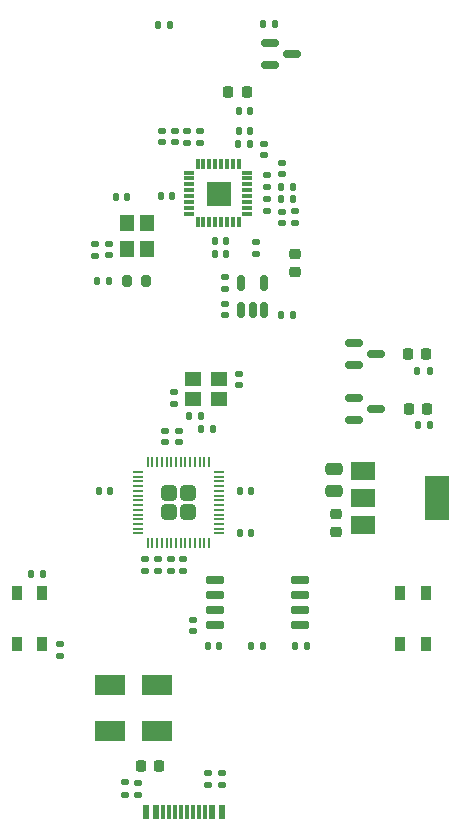
<source format=gtp>
%TF.GenerationSoftware,KiCad,Pcbnew,(6.0.6-0)*%
%TF.CreationDate,2023-01-17T18:34:31+00:00*%
%TF.ProjectId,max2871-evalboard,6d617832-3837-4312-9d65-76616c626f61,1.0*%
%TF.SameCoordinates,Original*%
%TF.FileFunction,Paste,Top*%
%TF.FilePolarity,Positive*%
%FSLAX46Y46*%
G04 Gerber Fmt 4.6, Leading zero omitted, Abs format (unit mm)*
G04 Created by KiCad (PCBNEW (6.0.6-0)) date 2023-01-17 18:34:31*
%MOMM*%
%LPD*%
G01*
G04 APERTURE LIST*
G04 Aperture macros list*
%AMRoundRect*
0 Rectangle with rounded corners*
0 $1 Rounding radius*
0 $2 $3 $4 $5 $6 $7 $8 $9 X,Y pos of 4 corners*
0 Add a 4 corners polygon primitive as box body*
4,1,4,$2,$3,$4,$5,$6,$7,$8,$9,$2,$3,0*
0 Add four circle primitives for the rounded corners*
1,1,$1+$1,$2,$3*
1,1,$1+$1,$4,$5*
1,1,$1+$1,$6,$7*
1,1,$1+$1,$8,$9*
0 Add four rect primitives between the rounded corners*
20,1,$1+$1,$2,$3,$4,$5,0*
20,1,$1+$1,$4,$5,$6,$7,0*
20,1,$1+$1,$6,$7,$8,$9,0*
20,1,$1+$1,$8,$9,$2,$3,0*%
G04 Aperture macros list end*
%ADD10C,0.010000*%
%ADD11RoundRect,0.150000X-0.587500X-0.150000X0.587500X-0.150000X0.587500X0.150000X-0.587500X0.150000X0*%
%ADD12RoundRect,0.135000X-0.185000X0.135000X-0.185000X-0.135000X0.185000X-0.135000X0.185000X0.135000X0*%
%ADD13RoundRect,0.135000X-0.135000X-0.185000X0.135000X-0.185000X0.135000X0.185000X-0.135000X0.185000X0*%
%ADD14RoundRect,0.218750X-0.218750X-0.256250X0.218750X-0.256250X0.218750X0.256250X-0.218750X0.256250X0*%
%ADD15RoundRect,0.140000X0.140000X0.170000X-0.140000X0.170000X-0.140000X-0.170000X0.140000X-0.170000X0*%
%ADD16RoundRect,0.140000X-0.140000X-0.170000X0.140000X-0.170000X0.140000X0.170000X-0.140000X0.170000X0*%
%ADD17RoundRect,0.140000X-0.170000X0.140000X-0.170000X-0.140000X0.170000X-0.140000X0.170000X0.140000X0*%
%ADD18R,1.200000X1.400000*%
%ADD19RoundRect,0.135000X0.135000X0.185000X-0.135000X0.185000X-0.135000X-0.185000X0.135000X-0.185000X0*%
%ADD20RoundRect,0.200000X0.200000X0.275000X-0.200000X0.275000X-0.200000X-0.275000X0.200000X-0.275000X0*%
%ADD21R,2.500000X1.800000*%
%ADD22RoundRect,0.135000X0.185000X-0.135000X0.185000X0.135000X-0.185000X0.135000X-0.185000X-0.135000X0*%
%ADD23RoundRect,0.140000X0.170000X-0.140000X0.170000X0.140000X-0.170000X0.140000X-0.170000X-0.140000X0*%
%ADD24RoundRect,0.150000X0.150000X-0.512500X0.150000X0.512500X-0.150000X0.512500X-0.150000X-0.512500X0*%
%ADD25RoundRect,0.250000X0.475000X-0.250000X0.475000X0.250000X-0.475000X0.250000X-0.475000X-0.250000X0*%
%ADD26R,0.950000X1.250000*%
%ADD27R,0.600000X1.150000*%
%ADD28R,0.300000X1.150000*%
%ADD29RoundRect,0.249999X0.395001X0.395001X-0.395001X0.395001X-0.395001X-0.395001X0.395001X-0.395001X0*%
%ADD30RoundRect,0.050000X0.387500X0.050000X-0.387500X0.050000X-0.387500X-0.050000X0.387500X-0.050000X0*%
%ADD31RoundRect,0.050000X0.050000X0.387500X-0.050000X0.387500X-0.050000X-0.387500X0.050000X-0.387500X0*%
%ADD32RoundRect,0.225000X0.250000X-0.225000X0.250000X0.225000X-0.250000X0.225000X-0.250000X-0.225000X0*%
%ADD33R,1.400000X1.200000*%
%ADD34RoundRect,0.225000X0.225000X0.250000X-0.225000X0.250000X-0.225000X-0.250000X0.225000X-0.250000X0*%
%ADD35RoundRect,0.150000X0.650000X0.150000X-0.650000X0.150000X-0.650000X-0.150000X0.650000X-0.150000X0*%
%ADD36R,2.000000X1.500000*%
%ADD37R,2.000000X3.800000*%
%ADD38RoundRect,0.008100X0.126900X-0.411900X0.126900X0.411900X-0.126900X0.411900X-0.126900X-0.411900X0*%
%ADD39RoundRect,0.008100X0.411900X0.126900X-0.411900X0.126900X-0.411900X-0.126900X0.411900X-0.126900X0*%
%ADD40RoundRect,0.218750X0.256250X-0.218750X0.256250X0.218750X-0.256250X0.218750X-0.256250X-0.218750X0*%
G04 APERTURE END LIST*
G36*
X75980000Y-70980000D02*
G01*
X74020000Y-70980000D01*
X74020000Y-69020000D01*
X75980000Y-69020000D01*
X75980000Y-70980000D01*
G37*
D10*
X75980000Y-70980000D02*
X74020000Y-70980000D01*
X74020000Y-69020000D01*
X75980000Y-69020000D01*
X75980000Y-70980000D01*
D11*
X79362500Y-57250000D03*
X79362500Y-59150000D03*
X81237500Y-58200000D03*
D12*
X79146400Y-70508400D03*
X79146400Y-71528400D03*
D13*
X72515000Y-88900000D03*
X73535000Y-88900000D03*
D14*
X75837500Y-61450000D03*
X77412500Y-61450000D03*
D15*
X75680000Y-74050000D03*
X74720000Y-74050000D03*
X77670600Y-65850000D03*
X76710600Y-65850000D03*
D16*
X66320000Y-70300000D03*
X67280000Y-70300000D03*
X76837600Y-95199200D03*
X77797600Y-95199200D03*
D17*
X65735200Y-74297600D03*
X65735200Y-75257600D03*
D13*
X59110000Y-102210000D03*
X60130000Y-102210000D03*
D18*
X68972800Y-74709200D03*
X68972800Y-72509200D03*
X67272800Y-72509200D03*
X67272800Y-74709200D03*
D13*
X69865000Y-55775000D03*
X70885000Y-55775000D03*
D15*
X77680000Y-64700000D03*
X76720000Y-64700000D03*
D19*
X65737200Y-77470000D03*
X64717200Y-77470000D03*
X82510000Y-108300000D03*
X81490000Y-108300000D03*
D20*
X68897000Y-77444600D03*
X67247000Y-77444600D03*
D21*
X65800000Y-111664600D03*
X69800000Y-111664600D03*
D15*
X71092000Y-70256400D03*
X70132000Y-70256400D03*
D22*
X74120000Y-120140000D03*
X74120000Y-119120000D03*
D11*
X86462500Y-87315000D03*
X86462500Y-89215000D03*
X88337500Y-88265000D03*
D22*
X79146400Y-69445600D03*
X79146400Y-68425600D03*
D19*
X92889800Y-85039200D03*
X91869800Y-85039200D03*
D14*
X91033500Y-83591400D03*
X92608500Y-83591400D03*
D23*
X78180000Y-75130000D03*
X78180000Y-74170000D03*
D24*
X76966600Y-79874300D03*
X77916600Y-79874300D03*
X78866600Y-79874300D03*
X78866600Y-77599300D03*
X76966600Y-77599300D03*
D15*
X65859600Y-95199200D03*
X64899600Y-95199200D03*
D22*
X81483200Y-72544400D03*
X81483200Y-71524400D03*
D19*
X92966000Y-89662000D03*
X91946000Y-89662000D03*
D22*
X67130000Y-120910000D03*
X67130000Y-119890000D03*
D16*
X74094400Y-108300000D03*
X75054400Y-108300000D03*
D25*
X84800000Y-95250000D03*
X84800000Y-93350000D03*
D26*
X92575000Y-108175000D03*
X92575000Y-103825000D03*
X90425000Y-108175000D03*
X90425000Y-103825000D03*
D17*
X72034400Y-100993000D03*
X72034400Y-101953000D03*
D23*
X71323200Y-65681800D03*
X71323200Y-64721800D03*
X75579800Y-80334400D03*
X75579800Y-79374400D03*
X73431400Y-65707200D03*
X73431400Y-64747200D03*
D16*
X80342800Y-69443600D03*
X81302800Y-69443600D03*
D23*
X76733400Y-86230400D03*
X76733400Y-85270400D03*
D16*
X76837600Y-98806000D03*
X77797600Y-98806000D03*
D22*
X69900800Y-101983000D03*
X69900800Y-100963000D03*
D23*
X72900000Y-107080000D03*
X72900000Y-106120000D03*
X70256400Y-65681800D03*
X70256400Y-64721800D03*
D22*
X72390000Y-65737200D03*
X72390000Y-64717200D03*
D27*
X68900000Y-122410000D03*
X69700000Y-122410000D03*
D28*
X70850000Y-122410000D03*
X71850000Y-122410000D03*
X72350000Y-122410000D03*
X73350000Y-122410000D03*
D27*
X75300000Y-122410000D03*
X74500000Y-122410000D03*
D28*
X73850000Y-122410000D03*
X72850000Y-122410000D03*
X71350000Y-122410000D03*
X70350000Y-122410000D03*
D29*
X70824000Y-95405200D03*
X70824000Y-97005200D03*
X72424000Y-97005200D03*
X72424000Y-95405200D03*
D30*
X75061500Y-98805200D03*
X75061500Y-98405200D03*
X75061500Y-98005200D03*
X75061500Y-97605200D03*
X75061500Y-97205200D03*
X75061500Y-96805200D03*
X75061500Y-96405200D03*
X75061500Y-96005200D03*
X75061500Y-95605200D03*
X75061500Y-95205200D03*
X75061500Y-94805200D03*
X75061500Y-94405200D03*
X75061500Y-94005200D03*
X75061500Y-93605200D03*
D31*
X74224000Y-92767700D03*
X73824000Y-92767700D03*
X73424000Y-92767700D03*
X73024000Y-92767700D03*
X72624000Y-92767700D03*
X72224000Y-92767700D03*
X71824000Y-92767700D03*
X71424000Y-92767700D03*
X71024000Y-92767700D03*
X70624000Y-92767700D03*
X70224000Y-92767700D03*
X69824000Y-92767700D03*
X69424000Y-92767700D03*
X69024000Y-92767700D03*
D30*
X68186500Y-93605200D03*
X68186500Y-94005200D03*
X68186500Y-94405200D03*
X68186500Y-94805200D03*
X68186500Y-95205200D03*
X68186500Y-95605200D03*
X68186500Y-96005200D03*
X68186500Y-96405200D03*
X68186500Y-96805200D03*
X68186500Y-97205200D03*
X68186500Y-97605200D03*
X68186500Y-98005200D03*
X68186500Y-98405200D03*
X68186500Y-98805200D03*
D31*
X69024000Y-99642700D03*
X69424000Y-99642700D03*
X69824000Y-99642700D03*
X70224000Y-99642700D03*
X70624000Y-99642700D03*
X71024000Y-99642700D03*
X71424000Y-99642700D03*
X71824000Y-99642700D03*
X72224000Y-99642700D03*
X72624000Y-99642700D03*
X73024000Y-99642700D03*
X73424000Y-99642700D03*
X73824000Y-99642700D03*
X74224000Y-99642700D03*
D32*
X85000000Y-98675000D03*
X85000000Y-97125000D03*
D33*
X72890200Y-87413200D03*
X75090200Y-87413200D03*
X75090200Y-85713200D03*
X72890200Y-85713200D03*
D13*
X73531000Y-89966800D03*
X74551000Y-89966800D03*
D23*
X78850000Y-66780000D03*
X78850000Y-65820000D03*
D34*
X69975000Y-118500000D03*
X68425000Y-118500000D03*
D22*
X75320000Y-120140000D03*
X75320000Y-119120000D03*
D35*
X81908200Y-106527600D03*
X81908200Y-105257600D03*
X81908200Y-103987600D03*
X81908200Y-102717600D03*
X74708200Y-102717600D03*
X74708200Y-103987600D03*
X74708200Y-105257600D03*
X74708200Y-106527600D03*
D21*
X65800000Y-115500000D03*
X69800000Y-115500000D03*
D36*
X87223200Y-93483400D03*
X87223200Y-95783400D03*
D37*
X93523200Y-95783400D03*
D36*
X87223200Y-98083400D03*
D38*
X73250000Y-72435000D03*
X73750000Y-72435000D03*
X74250000Y-72435000D03*
X74750000Y-72435000D03*
X75250000Y-72435000D03*
X75750000Y-72435000D03*
X76250000Y-72435000D03*
X76750000Y-72435000D03*
D39*
X77435000Y-71750000D03*
X77435000Y-71250000D03*
X77435000Y-70750000D03*
X77435000Y-70250000D03*
X77435000Y-69750000D03*
X77435000Y-69250000D03*
X77435000Y-68750000D03*
X77435000Y-68250000D03*
D38*
X76750000Y-67565000D03*
X76250000Y-67565000D03*
X75750000Y-67565000D03*
X75250000Y-67565000D03*
X74750000Y-67565000D03*
X74250000Y-67565000D03*
X73750000Y-67565000D03*
X73250000Y-67565000D03*
D39*
X72565000Y-68250000D03*
X72565000Y-68750000D03*
X72565000Y-69250000D03*
X72565000Y-69750000D03*
X72565000Y-70250000D03*
X72565000Y-70750000D03*
X72565000Y-71250000D03*
X72565000Y-71750000D03*
D17*
X71247000Y-86845200D03*
X71247000Y-87805200D03*
D22*
X70967600Y-101983000D03*
X70967600Y-100963000D03*
D19*
X78767400Y-108300000D03*
X77747400Y-108300000D03*
D16*
X80342800Y-70510400D03*
X81302800Y-70510400D03*
D17*
X68808600Y-100993000D03*
X68808600Y-101953000D03*
X80365600Y-71554400D03*
X80365600Y-72514400D03*
D26*
X60075000Y-103825000D03*
X60075000Y-108175000D03*
X57925000Y-103825000D03*
X57925000Y-108175000D03*
D15*
X77680000Y-63050000D03*
X76720000Y-63050000D03*
D40*
X81490000Y-76707500D03*
X81490000Y-75132500D03*
D12*
X64566800Y-74267600D03*
X64566800Y-75287600D03*
D13*
X78790000Y-55650000D03*
X79810000Y-55650000D03*
D15*
X75680000Y-75125000D03*
X74720000Y-75125000D03*
D22*
X61600000Y-109210000D03*
X61600000Y-108190000D03*
D11*
X86462500Y-82641400D03*
X86462500Y-84541400D03*
X88337500Y-83591400D03*
D23*
X71653400Y-91081800D03*
X71653400Y-90121800D03*
D17*
X75579800Y-77113800D03*
X75579800Y-78073800D03*
D23*
X70459600Y-91081800D03*
X70459600Y-90121800D03*
D22*
X68230000Y-120920000D03*
X68230000Y-119900000D03*
D14*
X91109700Y-88265000D03*
X92684700Y-88265000D03*
D23*
X80365600Y-68399600D03*
X80365600Y-67439600D03*
D19*
X81320000Y-80310000D03*
X80300000Y-80310000D03*
M02*

</source>
